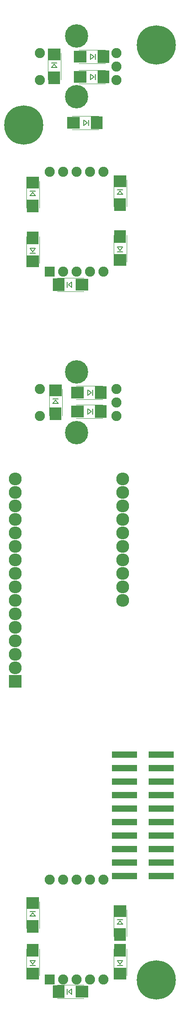
<source format=gbr>
G04 #@! TF.FileFunction,Soldermask,Bot*
%FSLAX46Y46*%
G04 Gerber Fmt 4.6, Leading zero omitted, Abs format (unit mm)*
G04 Created by KiCad (PCBNEW 4.0.4+e1-6308~48~ubuntu14.04.1-stable) date Sun Sep 25 16:17:57 2016*
%MOMM*%
%LPD*%
G01*
G04 APERTURE LIST*
%ADD10C,0.100000*%
%ADD11C,0.150000*%
%ADD12C,1.900000*%
%ADD13R,1.900000X1.900000*%
%ADD14C,4.400000*%
%ADD15O,2.432000X2.432000*%
%ADD16R,2.432000X2.432000*%
%ADD17R,2.400000X2.200000*%
%ADD18R,2.200000X2.400000*%
%ADD19R,4.780000X1.290000*%
%ADD20C,7.400000*%
G04 APERTURE END LIST*
D10*
D11*
X117515000Y-5668000D02*
X117515000Y-6684000D01*
X117261000Y-6176000D02*
X116626000Y-5668000D01*
X116626000Y-5668000D02*
X116626000Y-6684000D01*
X116626000Y-6684000D02*
X117261000Y-6176000D01*
D10*
X119380000Y-7426000D02*
X114380000Y-7426000D01*
X119380000Y-4926000D02*
X114380000Y-4926000D01*
D11*
X117515000Y-9478000D02*
X117515000Y-10494000D01*
X117261000Y-9986000D02*
X116626000Y-9478000D01*
X116626000Y-9478000D02*
X116626000Y-10494000D01*
X116626000Y-10494000D02*
X117261000Y-9986000D01*
D10*
X119380000Y-11236000D02*
X114380000Y-11236000D01*
X119380000Y-8736000D02*
X114380000Y-8736000D01*
D11*
X109260000Y-7319000D02*
X110276000Y-7319000D01*
X109768000Y-7573000D02*
X109260000Y-8208000D01*
X109260000Y-8208000D02*
X110276000Y-8208000D01*
X110276000Y-8208000D02*
X109768000Y-7573000D01*
D10*
X111018000Y-5454000D02*
X111018000Y-10454000D01*
X108518000Y-5454000D02*
X108518000Y-10454000D01*
D11*
X117007000Y-68914000D02*
X117007000Y-69930000D01*
X116753000Y-69422000D02*
X116118000Y-68914000D01*
X116118000Y-68914000D02*
X116118000Y-69930000D01*
X116118000Y-69930000D02*
X116753000Y-69422000D01*
D10*
X118872000Y-70672000D02*
X113872000Y-70672000D01*
X118872000Y-68172000D02*
X113872000Y-68172000D01*
D11*
X117007000Y-72470000D02*
X117007000Y-73486000D01*
X116753000Y-72978000D02*
X116118000Y-72470000D01*
X116118000Y-72470000D02*
X116118000Y-73486000D01*
X116118000Y-73486000D02*
X116753000Y-72978000D01*
D10*
X118872000Y-74228000D02*
X113872000Y-74228000D01*
X118872000Y-71728000D02*
X113872000Y-71728000D01*
D11*
X109514000Y-70565000D02*
X110530000Y-70565000D01*
X110022000Y-70819000D02*
X109514000Y-71454000D01*
X109514000Y-71454000D02*
X110530000Y-71454000D01*
X110530000Y-71454000D02*
X110022000Y-70819000D01*
D10*
X111272000Y-68700000D02*
X111272000Y-73700000D01*
X108772000Y-68700000D02*
X108772000Y-73700000D01*
D11*
X105196000Y-31449000D02*
X106212000Y-31449000D01*
X105704000Y-31703000D02*
X105196000Y-32338000D01*
X105196000Y-32338000D02*
X106212000Y-32338000D01*
X106212000Y-32338000D02*
X105704000Y-31703000D01*
D10*
X106954000Y-29584000D02*
X106954000Y-34584000D01*
X104454000Y-29584000D02*
X104454000Y-34584000D01*
D11*
X121706000Y-31195000D02*
X122722000Y-31195000D01*
X122214000Y-31449000D02*
X121706000Y-32084000D01*
X121706000Y-32084000D02*
X122722000Y-32084000D01*
X122722000Y-32084000D02*
X122214000Y-31449000D01*
D10*
X123464000Y-29330000D02*
X123464000Y-34330000D01*
X120964000Y-29330000D02*
X120964000Y-34330000D01*
D11*
X105196000Y-167085000D02*
X106212000Y-167085000D01*
X105704000Y-167339000D02*
X105196000Y-167974000D01*
X105196000Y-167974000D02*
X106212000Y-167974000D01*
X106212000Y-167974000D02*
X105704000Y-167339000D01*
D10*
X106954000Y-165220000D02*
X106954000Y-170220000D01*
X104454000Y-165220000D02*
X104454000Y-170220000D01*
D11*
X121706000Y-168609000D02*
X122722000Y-168609000D01*
X122214000Y-168863000D02*
X121706000Y-169498000D01*
X121706000Y-169498000D02*
X122722000Y-169498000D01*
X122722000Y-169498000D02*
X122214000Y-168863000D01*
D10*
X123464000Y-166744000D02*
X123464000Y-171744000D01*
X120964000Y-166744000D02*
X120964000Y-171744000D01*
D11*
X122722000Y-177245000D02*
X121706000Y-177245000D01*
X122214000Y-176991000D02*
X122722000Y-176356000D01*
X122722000Y-176356000D02*
X121706000Y-176356000D01*
X121706000Y-176356000D02*
X122214000Y-176991000D01*
D10*
X120964000Y-179110000D02*
X120964000Y-174110000D01*
X123464000Y-179110000D02*
X123464000Y-174110000D01*
D11*
X112181000Y-182706000D02*
X112181000Y-181690000D01*
X112435000Y-182198000D02*
X113070000Y-182706000D01*
X113070000Y-182706000D02*
X113070000Y-181690000D01*
X113070000Y-181690000D02*
X112435000Y-182198000D01*
D10*
X110316000Y-180948000D02*
X115316000Y-180948000D01*
X110316000Y-183448000D02*
X115316000Y-183448000D01*
D11*
X106212000Y-177245000D02*
X105196000Y-177245000D01*
X105704000Y-176991000D02*
X106212000Y-176356000D01*
X106212000Y-176356000D02*
X105196000Y-176356000D01*
X105196000Y-176356000D02*
X105704000Y-176991000D01*
D10*
X104454000Y-179110000D02*
X104454000Y-174110000D01*
X106954000Y-179110000D02*
X106954000Y-174110000D01*
D11*
X122722000Y-42879000D02*
X121706000Y-42879000D01*
X122214000Y-42625000D02*
X122722000Y-41990000D01*
X122722000Y-41990000D02*
X121706000Y-41990000D01*
X121706000Y-41990000D02*
X122214000Y-42625000D01*
D10*
X120964000Y-44744000D02*
X120964000Y-39744000D01*
X123464000Y-44744000D02*
X123464000Y-39744000D01*
D11*
X112181000Y-49610000D02*
X112181000Y-48594000D01*
X112435000Y-49102000D02*
X113070000Y-49610000D01*
X113070000Y-49610000D02*
X113070000Y-48594000D01*
X113070000Y-48594000D02*
X112435000Y-49102000D01*
D10*
X110316000Y-47852000D02*
X115316000Y-47852000D01*
X110316000Y-50352000D02*
X115316000Y-50352000D01*
D11*
X106212000Y-43133000D02*
X105196000Y-43133000D01*
X105704000Y-42879000D02*
X106212000Y-42244000D01*
X106212000Y-42244000D02*
X105196000Y-42244000D01*
X105196000Y-42244000D02*
X105704000Y-42879000D01*
D10*
X104454000Y-44998000D02*
X104454000Y-39998000D01*
X106954000Y-44998000D02*
X106954000Y-39998000D01*
D11*
X116245000Y-18114000D02*
X116245000Y-19130000D01*
X115991000Y-18622000D02*
X115356000Y-18114000D01*
X115356000Y-18114000D02*
X115356000Y-19130000D01*
X115356000Y-19130000D02*
X115991000Y-18622000D01*
D10*
X118110000Y-19872000D02*
X113110000Y-19872000D01*
X118110000Y-17372000D02*
X113110000Y-17372000D01*
D12*
X108920000Y-27860000D03*
X111460000Y-27860000D03*
X114000000Y-27860000D03*
X116540000Y-27860000D03*
X119080000Y-27860000D03*
D13*
X108920000Y-46640000D03*
D12*
X111460000Y-46640000D03*
X119080000Y-46640000D03*
X116540000Y-46640000D03*
X114000000Y-46640000D03*
D14*
X114000000Y-65550000D03*
D12*
X107000000Y-73790000D03*
X121500000Y-68710000D03*
X121500000Y-71250000D03*
X121500000Y-73790000D03*
X107000000Y-68710000D03*
D14*
X114000000Y-76950000D03*
D15*
X122660000Y-108540000D03*
X122660000Y-106000000D03*
X122660000Y-103460000D03*
X122660000Y-100920000D03*
X122660000Y-98380000D03*
X122660000Y-95840000D03*
X122660000Y-93300000D03*
X122660000Y-90760000D03*
X122660000Y-88220000D03*
X122660000Y-85680000D03*
X102340000Y-85680000D03*
X102340000Y-88220000D03*
X102340000Y-90760000D03*
X102340000Y-93300000D03*
X102340000Y-95840000D03*
X102340000Y-98380000D03*
X102340000Y-100920000D03*
X102340000Y-103460000D03*
X102340000Y-106000000D03*
X102340000Y-108540000D03*
X102340000Y-111080000D03*
X102340000Y-113620000D03*
X102340000Y-116160000D03*
X102340000Y-118700000D03*
D16*
X102340000Y-123780000D03*
D15*
X102340000Y-121240000D03*
D17*
X114680000Y-6176000D03*
D18*
X119080000Y-6176000D03*
D17*
X114680000Y-9986000D03*
D18*
X119080000Y-9986000D03*
X109768000Y-10154000D03*
D17*
X109768000Y-5754000D03*
X114172000Y-69422000D03*
D18*
X118572000Y-69422000D03*
D17*
X114172000Y-72978000D03*
D18*
X118572000Y-72978000D03*
X110022000Y-73400000D03*
D17*
X110022000Y-69000000D03*
D18*
X105704000Y-34284000D03*
D17*
X105704000Y-29884000D03*
D18*
X122214000Y-34030000D03*
D17*
X122214000Y-29630000D03*
D18*
X105704000Y-169920000D03*
D17*
X105704000Y-165520000D03*
D18*
X122214000Y-171444000D03*
D17*
X122214000Y-167044000D03*
D19*
X123040000Y-137570000D03*
X123040000Y-140110000D03*
X123040000Y-142650000D03*
X123040000Y-145190000D03*
X123040000Y-147730000D03*
X123040000Y-150270000D03*
X123040000Y-152810000D03*
X123040000Y-155350000D03*
X123040000Y-157890000D03*
X123040000Y-160430000D03*
X129960000Y-160430000D03*
X129960000Y-157890000D03*
X129960000Y-155350000D03*
X129960000Y-152810000D03*
X129960000Y-137570000D03*
X129960000Y-140110000D03*
X129960000Y-142650000D03*
X129960000Y-145190000D03*
X129960000Y-147730000D03*
X129960000Y-150270000D03*
D14*
X114000000Y-2300000D03*
D12*
X107000000Y-10540000D03*
X121500000Y-5460000D03*
X121500000Y-8000000D03*
X121500000Y-10540000D03*
X107000000Y-5460000D03*
D14*
X114000000Y-13700000D03*
D12*
X108920000Y-161110000D03*
X111460000Y-161110000D03*
X114000000Y-161110000D03*
X116540000Y-161110000D03*
X119080000Y-161110000D03*
D13*
X108920000Y-179890000D03*
D12*
X111460000Y-179890000D03*
X119080000Y-179890000D03*
X116540000Y-179890000D03*
X114000000Y-179890000D03*
D18*
X122214000Y-174410000D03*
D17*
X122214000Y-178810000D03*
X115016000Y-182198000D03*
D18*
X110616000Y-182198000D03*
X105704000Y-174410000D03*
D17*
X105704000Y-178810000D03*
D18*
X122214000Y-40044000D03*
D17*
X122214000Y-44444000D03*
X115016000Y-49102000D03*
D18*
X110616000Y-49102000D03*
X105704000Y-40298000D03*
D17*
X105704000Y-44698000D03*
X113410000Y-18622000D03*
D18*
X117810000Y-18622000D03*
D20*
X129000000Y-4000000D03*
X104000000Y-19000000D03*
X129000000Y-180000000D03*
M02*

</source>
